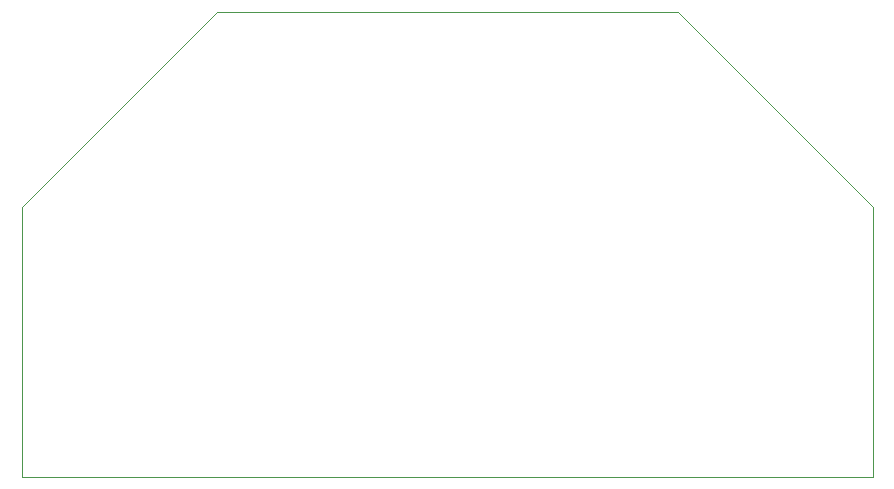
<source format=gbr>
%TF.GenerationSoftware,KiCad,Pcbnew,(5.1.8)-1*%
%TF.CreationDate,2022-11-12T22:58:33+03:00*%
%TF.ProjectId,Reg,5265672e-6b69-4636-9164-5f7063625858,rev?*%
%TF.SameCoordinates,Original*%
%TF.FileFunction,Profile,NP*%
%FSLAX46Y46*%
G04 Gerber Fmt 4.6, Leading zero omitted, Abs format (unit mm)*
G04 Created by KiCad (PCBNEW (5.1.8)-1) date 2022-11-12 22:58:33*
%MOMM*%
%LPD*%
G01*
G04 APERTURE LIST*
%TA.AperFunction,Profile*%
%ADD10C,0.050000*%
%TD*%
G04 APERTURE END LIST*
D10*
X122872500Y-33655000D02*
X106362500Y-17145000D01*
X50800000Y-33655000D02*
X67310000Y-17145000D01*
X50800000Y-33655000D02*
X50800000Y-56515000D01*
X106362500Y-17145000D02*
X67310000Y-17145000D01*
X122872500Y-56515000D02*
X122872500Y-33655000D01*
X50800000Y-56515000D02*
X122872500Y-56515000D01*
M02*

</source>
